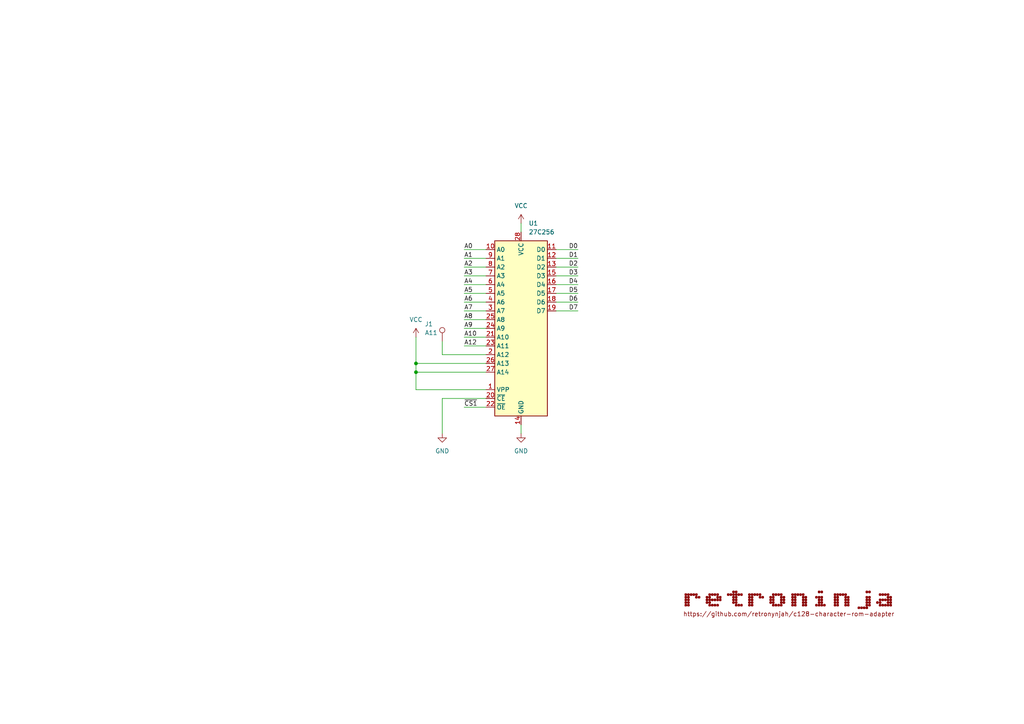
<source format=kicad_sch>
(kicad_sch (version 20230121) (generator eeschema)
  (paper "A4")
  (title_block (title "C128 Character ROM adapter") (date "2024-02-18") (rev "1"))
  (lib_symbols
    (symbol "Connector:TestPoint" (pin_numbers hide) (pin_names (offset 0.762) hide)
      (property "Reference" "TP" (at 0 6.858 0))
      (property "Value" "TestPoint" (at 0 5.08 0))
      (symbol "TestPoint_1_1"
        (pin passive line (at 0 0 90) (length 2.54) (name "1") (number "1"))
      )
    )
    (symbol "Memory_EPROM:27C256"
      (property "Reference" "U" (at -7.62 26.67 0))
      (property "Value" "27C256" (at 2.54 -26.67 0))
      (symbol "27C256_1_1"
        (pin input line (at -10.16 -17.78 0) (length 2.54) (name "VPP") (number "1"))
        (pin input line (at -10.16 22.86 0) (length 2.54) (name "A0") (number "10"))
        (pin tri_state line (at 10.16 22.86 180) (length 2.54) (name "D0") (number "11"))
        (pin tri_state line (at 10.16 20.32 180) (length 2.54) (name "D1") (number "12"))
        (pin tri_state line (at 10.16 17.78 180) (length 2.54) (name "D2") (number "13"))
        (pin power_in line (at 0 -27.94 90) (length 2.54) (name "GND") (number "14"))
        (pin tri_state line (at 10.16 15.24 180) (length 2.54) (name "D3") (number "15"))
        (pin tri_state line (at 10.16 12.7 180) (length 2.54) (name "D4") (number "16"))
        (pin tri_state line (at 10.16 10.16 180) (length 2.54) (name "D5") (number "17"))
        (pin tri_state line (at 10.16 7.62 180) (length 2.54) (name "D6") (number "18"))
        (pin tri_state line (at 10.16 5.08 180) (length 2.54) (name "D7") (number "19"))
        (pin input line (at -10.16 -7.62 0) (length 2.54) (name "A12") (number "2"))
        (pin input line (at -10.16 -20.32 0) (length 2.54) (name "~{CE}") (number "20"))
        (pin input line (at -10.16 -2.54 0) (length 2.54) (name "A10") (number "21"))
        (pin input line (at -10.16 -22.86 0) (length 2.54) (name "~{OE}") (number "22"))
        (pin input line (at -10.16 -5.08 0) (length 2.54) (name "A11") (number "23"))
        (pin input line (at -10.16 0 0) (length 2.54) (name "A9") (number "24"))
        (pin input line (at -10.16 2.54 0) (length 2.54) (name "A8") (number "25"))
        (pin input line (at -10.16 -10.16 0) (length 2.54) (name "A13") (number "26"))
        (pin input line (at -10.16 -12.7 0) (length 2.54) (name "A14") (number "27"))
        (pin power_in line (at 0 27.94 270) (length 2.54) (name "VCC") (number "28"))
        (pin input line (at -10.16 5.08 0) (length 2.54) (name "A7") (number "3"))
        (pin input line (at -10.16 7.62 0) (length 2.54) (name "A6") (number "4"))
        (pin input line (at -10.16 10.16 0) (length 2.54) (name "A5") (number "5"))
        (pin input line (at -10.16 12.7 0) (length 2.54) (name "A4") (number "6"))
        (pin input line (at -10.16 15.24 0) (length 2.54) (name "A3") (number "7"))
        (pin input line (at -10.16 17.78 0) (length 2.54) (name "A2") (number "8"))
        (pin input line (at -10.16 20.32 0) (length 2.54) (name "A1") (number "9"))
      )
    )
    (symbol "per:retroninja_textonly_60x5mm" (pin_names (offset 1.016)))
    (symbol "power:GND" (power) (pin_names (offset 0))
      (property "Value" "GND" (at 0 -3.81 0))
      (symbol "GND_1_1"
        (pin power_in line (at 0 0 270) (length 0) hide (name "GND") (number "1"))
      )
    )
    (symbol "power:VCC" (power) (pin_names (offset 0))
      (property "Value" "VCC" (at 0 3.81 0))
      (symbol "VCC_1_1"
        (pin power_in line (at 0 0 90) (length 0) hide (name "VCC") (number "1"))
      )
    )
  )
  (junction (at 120.65 105.41))
  (junction (at 120.65 107.95))
  (wire (pts (xy 120.65 105.41) (xy 120.65 97.79)))
  (wire (pts (xy 161.29 87.63) (xy 167.64 87.63)))
  (wire (pts (xy 120.65 107.95) (xy 120.65 105.41)))
  (wire (pts (xy 161.29 72.39) (xy 167.64 72.39)))
  (wire (pts (xy 140.97 102.87) (xy 128.27 102.87)))
  (wire (pts (xy 120.65 105.41) (xy 140.97 105.41)))
  (wire (pts (xy 128.27 115.57) (xy 128.27 125.73)))
  (wire (pts (xy 134.62 92.71) (xy 140.97 92.71)))
  (wire (pts (xy 140.97 115.57) (xy 128.27 115.57)))
  (wire (pts (xy 120.65 107.95) (xy 140.97 107.95)))
  (wire (pts (xy 134.62 77.47) (xy 140.97 77.47)))
  (wire (pts (xy 161.29 77.47) (xy 167.64 77.47)))
  (wire (pts (xy 134.62 100.33) (xy 140.97 100.33)))
  (wire (pts (xy 134.62 80.01) (xy 140.97 80.01)))
  (wire (pts (xy 134.62 118.11) (xy 140.97 118.11)))
  (wire (pts (xy 161.29 85.09) (xy 167.64 85.09)))
  (wire (pts (xy 120.65 113.03) (xy 120.65 107.95)))
  (wire (pts (xy 134.62 95.25) (xy 140.97 95.25)))
  (wire (pts (xy 134.62 72.39) (xy 140.97 72.39)))
  (wire (pts (xy 151.13 123.19) (xy 151.13 125.73)))
  (wire (pts (xy 134.62 90.17) (xy 140.97 90.17)))
  (wire (pts (xy 151.13 64.77) (xy 151.13 67.31)))
  (wire (pts (xy 134.62 87.63) (xy 140.97 87.63)))
  (wire (pts (xy 161.29 74.93) (xy 167.64 74.93)))
  (wire (pts (xy 140.97 113.03) (xy 120.65 113.03)))
  (wire (pts (xy 128.27 102.87) (xy 128.27 99.06)))
  (wire (pts (xy 161.29 90.17) (xy 167.64 90.17)))
  (wire (pts (xy 134.62 74.93) (xy 140.97 74.93)))
  (wire (pts (xy 161.29 82.55) (xy 167.64 82.55)))
  (wire (pts (xy 134.62 85.09) (xy 140.97 85.09)))
  (wire (pts (xy 134.62 82.55) (xy 140.97 82.55)))
  (wire (pts (xy 161.29 80.01) (xy 167.64 80.01)))
  (wire (pts (xy 134.62 97.79) (xy 140.97 97.79)))
  (text "https://github.com/retronynjah/c128-character-rom-adapter" (at 198.12 179.07 0) (effects (font (size 1.27 1.27)) (justify left bottom)))
  (label "D5" (at 167.64 85.09 180))
  (label "D7" (at 167.64 90.17 180))
  (label "D2" (at 167.64 77.47 180))
  (label "A12" (at 134.62 100.33 0))
  (label "A4" (at 134.62 82.55 0))
  (label "A8" (at 134.62 92.71 0))
  (label "~{CS1}" (at 134.62 118.11 0))
  (label "D0" (at 167.64 72.39 180))
  (label "D6" (at 167.64 87.63 180))
  (label "A7" (at 134.62 90.17 0))
  (label "D3" (at 167.64 80.01 180))
  (label "D4" (at 167.64 82.55 180))
  (label "A2" (at 134.62 77.47 0))
  (label "A3" (at 134.62 80.01 0))
  (label "A1" (at 134.62 74.93 0))
  (label "A6" (at 134.62 87.63 0))
  (label "D1" (at 167.64 74.93 180))
  (label "A9" (at 134.62 95.25 0))
  (label "A10" (at 134.62 97.79 0))
  (label "A5" (at 134.62 85.09 0))
  (label "A0" (at 134.62 72.39 0))
  (symbol (lib_id "per:retroninja_textonly_60x5mm") (at 228.6 173.99 0) (unit 1)
    (property "Reference" "#G1" (effects hide))
    (property "Value" "retroninja_textonly_60x5mm" (effects hide))
  )
  (symbol (lib_id "power:GND") (at 128.27 125.73 0) (unit 1)
    (property "Reference" "#PWR05" (effects hide))
    (property "Value" "GND" (at 128.27 130.81 0))
  )
  (symbol (lib_id "power:VCC") (at 151.13 64.77 0) (unit 1)
    (property "Reference" "#PWR01" (effects hide))
    (property "Value" "VCC" (at 151.13 59.69 0))
  )
  (symbol (lib_id "Memory_EPROM:27C256") (at 151.13 95.25 0) (unit 1)
    (property "Reference" "U1" (at 153.3241 64.77 0) (effects (justify left)))
    (property "Value" "27C256" (at 153.3241 67.31 0) (effects (justify left)))
    (property "Footprint" "Package_DIP:DIP-28_W15.24mm" (effects hide))
    (property "Datasheet" "http://ww1.microchip.com/downloads/en/DeviceDoc/doc0014.pdf" (effects hide))
  )
  (symbol (lib_id "power:GND") (at 151.13 125.73 0) (unit 1)
    (property "Reference" "#PWR04" (effects hide))
    (property "Value" "GND" (at 151.13 130.81 0))
  )
  (symbol (lib_id "power:VCC") (at 120.65 97.79 0) (unit 1)
    (property "Reference" "#PWR06" (effects hide))
    (property "Value" "VCC" (at 120.65 92.71 0))
  )
  (symbol (lib_id "Connector:TestPoint") (at 128.27 99.06 0) (unit 1)
    (property "Reference" "J1" (at 123.19 93.98 0) (effects (justify left)))
    (property "Value" "A11" (at 123.19 96.52 0) (effects (justify left)))
    (property "Footprint" "TestPoint:TestPoint_THTPad_D2.0mm_Drill1.0mm" (effects hide))
  )
)
</source>
